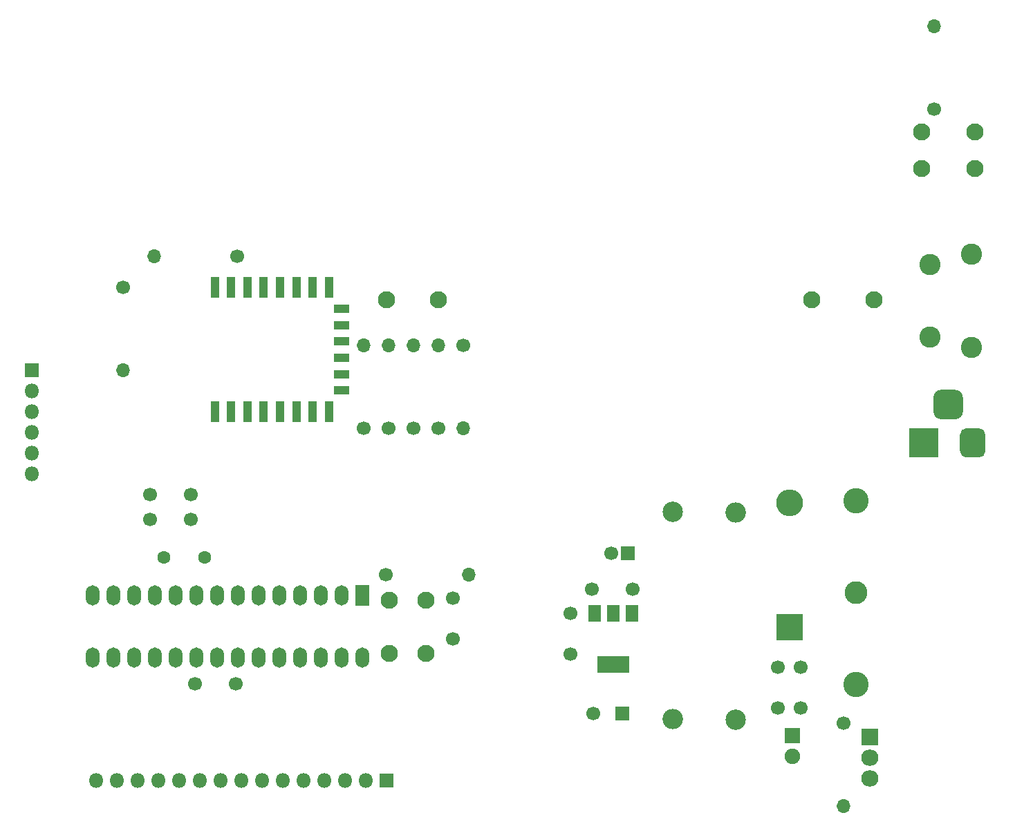
<source format=gbr>
%TF.GenerationSoftware,KiCad,Pcbnew,(5.1.6)-1*%
%TF.CreationDate,2021-04-13T13:36:20+02:00*%
%TF.ProjectId,_7SEG_CONTROL,5f375345-475f-4434-9f4e-54524f4c2e6b,rev?*%
%TF.SameCoordinates,Original*%
%TF.FileFunction,Soldermask,Bot*%
%TF.FilePolarity,Negative*%
%FSLAX46Y46*%
G04 Gerber Fmt 4.6, Leading zero omitted, Abs format (unit mm)*
G04 Created by KiCad (PCBNEW (5.1.6)-1) date 2021-04-13 13:36:20*
%MOMM*%
%LPD*%
G01*
G04 APERTURE LIST*
%ADD10C,2.100000*%
%ADD11R,1.100000X2.600000*%
%ADD12R,1.900000X1.100000*%
%ADD13R,1.800000X1.800000*%
%ADD14O,1.800000X1.800000*%
%ADD15C,1.700000*%
%ADD16R,1.700000X1.700000*%
%ADD17R,3.300000X3.300000*%
%ADD18O,3.300000X3.300000*%
%ADD19R,1.900000X1.900000*%
%ADD20C,1.900000*%
%ADD21C,3.100000*%
%ADD22C,2.800000*%
%ADD23R,3.600000X3.600000*%
%ADD24O,2.500000X2.500000*%
%ADD25C,2.500000*%
%ADD26O,1.700000X1.700000*%
%ADD27R,2.100000X2.005000*%
%ADD28O,2.100000X2.005000*%
%ADD29R,3.900000X2.100000*%
%ADD30R,1.600000X2.100000*%
%ADD31R,1.700000X2.500000*%
%ADD32O,1.700000X2.500000*%
%ADD33C,1.600000*%
%ADD34C,2.600000*%
G04 APERTURE END LIST*
D10*
%TO.C,SW2*%
X196088000Y-57573001D03*
X196088000Y-53073001D03*
X202588000Y-57573001D03*
X202588000Y-53073001D03*
%TD*%
D11*
%TO.C,U4*%
X109530000Y-72156000D03*
X111530000Y-72156000D03*
X113530000Y-72156000D03*
X115530000Y-72156000D03*
X117530000Y-72156000D03*
X119530000Y-72156000D03*
X121530000Y-72156000D03*
X123530000Y-72156000D03*
D12*
X125030000Y-74756000D03*
X125030000Y-76756000D03*
X125030000Y-78756000D03*
X125030000Y-80756000D03*
X125030000Y-82756000D03*
X125030000Y-84756000D03*
D11*
X123530000Y-87356000D03*
X121530000Y-87356000D03*
X119530000Y-87356000D03*
X117530000Y-87356000D03*
X115530000Y-87356000D03*
X113530000Y-87356000D03*
X111530000Y-87356000D03*
X109530000Y-87356000D03*
%TD*%
D13*
%TO.C,J4*%
X130556000Y-132588000D03*
D14*
X128016000Y-132588000D03*
X125476000Y-132588000D03*
X122936000Y-132588000D03*
X120396000Y-132588000D03*
X117856000Y-132588000D03*
X115316000Y-132588000D03*
X112776000Y-132588000D03*
X110236000Y-132588000D03*
X107696000Y-132588000D03*
X105156000Y-132588000D03*
X102616000Y-132588000D03*
X100076000Y-132588000D03*
X97536000Y-132588000D03*
X94996000Y-132588000D03*
%TD*%
D15*
%TO.C,C1*%
X178506000Y-118674000D03*
X178506000Y-123674000D03*
%TD*%
%TO.C,C2*%
X181286000Y-123704000D03*
X181286000Y-118704000D03*
%TD*%
%TO.C,C3*%
X160726000Y-109144000D03*
X155726000Y-109144000D03*
%TD*%
D16*
%TO.C,C4*%
X160116000Y-104734000D03*
D15*
X158116000Y-104734000D03*
%TD*%
%TO.C,C5*%
X106600000Y-100584000D03*
X101600000Y-100584000D03*
%TD*%
%TO.C,C6*%
X101600000Y-97536000D03*
X106600000Y-97536000D03*
%TD*%
%TO.C,C7*%
X138666000Y-115224000D03*
X138666000Y-110224000D03*
%TD*%
%TO.C,C8*%
X112106000Y-120694000D03*
X107106000Y-120694000D03*
%TD*%
D16*
%TO.C,C9*%
X159396000Y-124324000D03*
D15*
X155896000Y-124324000D03*
%TD*%
%TO.C,C10*%
X153056000Y-112044000D03*
X153056000Y-117044000D03*
%TD*%
D17*
%TO.C,D1*%
X179956000Y-113784000D03*
D18*
X179956000Y-98544000D03*
%TD*%
D19*
%TO.C,D2*%
X180266000Y-127034000D03*
D20*
X180266000Y-129574000D03*
%TD*%
D21*
%TO.C,F1*%
X188076000Y-98284000D03*
X188076000Y-120784000D03*
D22*
X188076000Y-109534000D03*
%TD*%
D23*
%TO.C,J1*%
X196342000Y-91186000D03*
G36*
G01*
X203892000Y-90161000D02*
X203892000Y-92211000D01*
G75*
G02*
X203117000Y-92986000I-775000J0D01*
G01*
X201567000Y-92986000D01*
G75*
G02*
X200792000Y-92211000I0J775000D01*
G01*
X200792000Y-90161000D01*
G75*
G02*
X201567000Y-89386000I775000J0D01*
G01*
X203117000Y-89386000D01*
G75*
G02*
X203892000Y-90161000I0J-775000D01*
G01*
G37*
G36*
G01*
X201142000Y-85586000D02*
X201142000Y-87386000D01*
G75*
G02*
X200242000Y-88286000I-900000J0D01*
G01*
X198442000Y-88286000D01*
G75*
G02*
X197542000Y-87386000I0J900000D01*
G01*
X197542000Y-85586000D01*
G75*
G02*
X198442000Y-84686000I900000J0D01*
G01*
X200242000Y-84686000D01*
G75*
G02*
X201142000Y-85586000I0J-900000D01*
G01*
G37*
%TD*%
D24*
%TO.C,R1*%
X173356000Y-99734000D03*
D25*
X173356000Y-125134000D03*
%TD*%
D26*
%TO.C,R2*%
X186506000Y-135724000D03*
D15*
X186506000Y-125564000D03*
%TD*%
D25*
%TO.C,R3*%
X165616000Y-99624000D03*
D24*
X165616000Y-125024000D03*
%TD*%
D15*
%TO.C,R4*%
X130476000Y-107354000D03*
D26*
X140636000Y-107354000D03*
%TD*%
D10*
%TO.C,SW1*%
X130886000Y-110474000D03*
X135386000Y-110474000D03*
X130886000Y-116974000D03*
X135386000Y-116974000D03*
%TD*%
D27*
%TO.C,U1*%
X189736000Y-127214000D03*
D28*
X189736000Y-129754000D03*
X189736000Y-132294000D03*
%TD*%
D29*
%TO.C,U2*%
X158336000Y-118344000D03*
D30*
X158336000Y-112044000D03*
X160636000Y-112044000D03*
X156036000Y-112044000D03*
%TD*%
D31*
%TO.C,U3*%
X127576000Y-109894000D03*
D32*
X94556000Y-117514000D03*
X125036000Y-109894000D03*
X97096000Y-117514000D03*
X122496000Y-109894000D03*
X99636000Y-117514000D03*
X119956000Y-109894000D03*
X102176000Y-117514000D03*
X117416000Y-109894000D03*
X104716000Y-117514000D03*
X114876000Y-109894000D03*
X107256000Y-117514000D03*
X112336000Y-109894000D03*
X109796000Y-117514000D03*
X109796000Y-109894000D03*
X112336000Y-117514000D03*
X107256000Y-109894000D03*
X114876000Y-117514000D03*
X104716000Y-109894000D03*
X117416000Y-117514000D03*
X102176000Y-109894000D03*
X119956000Y-117514000D03*
X99636000Y-109894000D03*
X122496000Y-117514000D03*
X97096000Y-109894000D03*
X125036000Y-117514000D03*
X94556000Y-109894000D03*
X127576000Y-117514000D03*
%TD*%
D33*
%TO.C,Y1*%
X108326000Y-105234000D03*
X103326000Y-105234000D03*
%TD*%
D15*
%TO.C,R5*%
X139954000Y-79248000D03*
D26*
X139954000Y-89408000D03*
%TD*%
%TO.C,R6*%
X136906000Y-79248000D03*
D15*
X136906000Y-89408000D03*
%TD*%
%TO.C,R7*%
X127762000Y-89408000D03*
D26*
X127762000Y-79248000D03*
%TD*%
D15*
%TO.C,R8*%
X98298000Y-72136000D03*
D26*
X98298000Y-82296000D03*
%TD*%
%TO.C,R9*%
X102108000Y-68326000D03*
D15*
X112268000Y-68326000D03*
%TD*%
%TO.C,R10*%
X133858000Y-89408000D03*
D26*
X133858000Y-79248000D03*
%TD*%
%TO.C,R11*%
X130810000Y-79248000D03*
D15*
X130810000Y-89408000D03*
%TD*%
D10*
%TO.C,U5*%
X182626000Y-73660000D03*
X190246000Y-73660000D03*
X136906000Y-73660000D03*
X130556000Y-73660000D03*
%TD*%
D34*
%TO.C,J2*%
X197104000Y-69342000D03*
X197104000Y-78232000D03*
X202184000Y-68072000D03*
X202184000Y-79502000D03*
%TD*%
D15*
%TO.C,R12*%
X197612000Y-50292000D03*
D26*
X197612000Y-40132000D03*
%TD*%
D13*
%TO.C,J3*%
X87122000Y-82296000D03*
D14*
X87122000Y-84836000D03*
X87122000Y-87376000D03*
X87122000Y-89916000D03*
X87122000Y-92456000D03*
X87122000Y-94996000D03*
%TD*%
M02*

</source>
